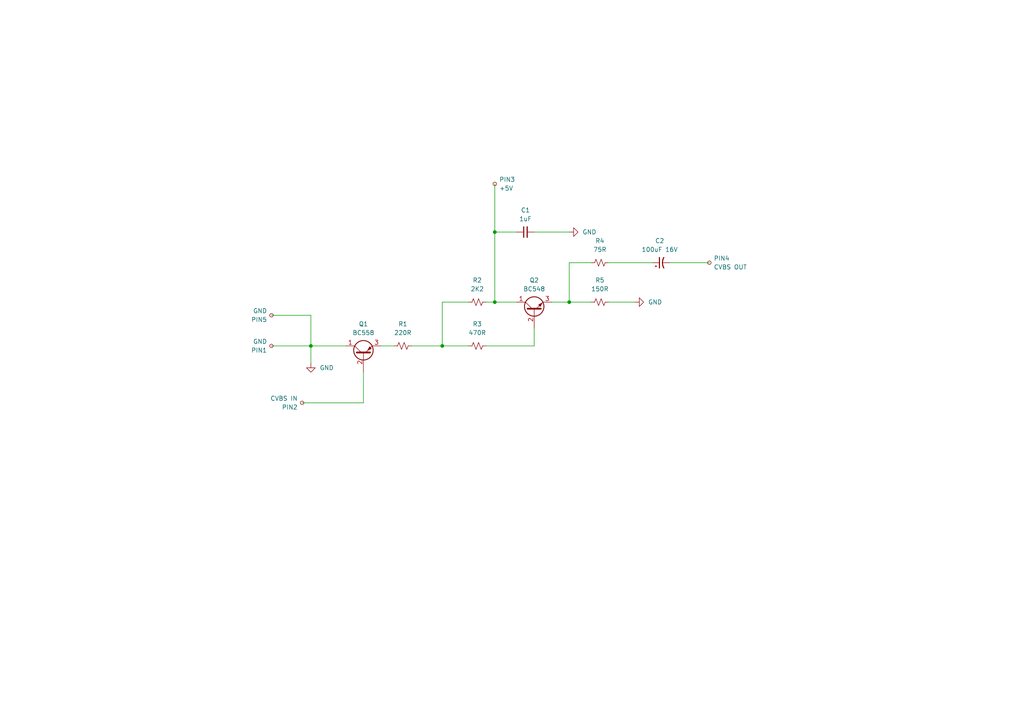
<source format=kicad_sch>
(kicad_sch (version 20211123) (generator eeschema)
  (paper "A4")
  (title_block (title "Jailbar Reductor for CCE Turbogame VG-9000T") (date "2022-04-30") (rev "0"))
  (lib_symbols
    (symbol "Connector:TestPoint_Small" (pin_numbers hide) (pin_names (offset 0.762) hide)
      (property "Reference" "TP" (at 0 3.81 0))
      (property "Value" "TestPoint_Small" (at 0 2.032 0))
      (symbol "TestPoint_Small_0_1"
        (circle (center 0 0) (radius 0.508))
      )
      (symbol "TestPoint_Small_1_1"
        (pin passive line (at 0 0 90) (length 0) (name "1") (number "1"))
      )
    )
    (symbol "Device:C_Polarized_Small_US" (pin_numbers hide) (pin_names (offset 0.254) hide)
      (property "Reference" "C" (at 0.254 1.778 0))
      (property "Value" "C_Polarized_Small_US" (at 0.254 -2.032 0))
      (symbol "C_Polarized_Small_US_0_1"
        (polyline (pts (xy -1.524 0.508) (xy 1.524 0.508)) (stroke (width 0.3048)))
        (polyline (pts (xy -1.27 1.524) (xy -0.762 1.524)))
        (polyline (pts (xy -1.016 1.27) (xy -1.016 1.778)))
        (arc (start 1.524 -0.762) (mid 0 -0.3734) (end -1.524 -0.762) (stroke (width 0.3048)))
      )
      (symbol "C_Polarized_Small_US_1_1"
        (pin passive line (at 0 2.54 270) (length 2.032) (name "~") (number "1"))
        (pin passive line (at 0 -2.54 90) (length 2.032) (name "~") (number "2"))
      )
    )
    (symbol "Device:C_Small" (pin_numbers hide) (pin_names (offset 0.254) hide)
      (property "Reference" "C" (at 0.254 1.778 0))
      (property "Value" "C_Small" (at 0.254 -2.032 0))
      (symbol "C_Small_0_1"
        (polyline (pts (xy -1.524 -0.508) (xy 1.524 -0.508)) (stroke (width 0.3302)))
        (polyline (pts (xy -1.524 0.508) (xy 1.524 0.508)) (stroke (width 0.3048)))
      )
      (symbol "C_Small_1_1"
        (pin passive line (at 0 2.54 270) (length 2.032) (name "~") (number "1"))
        (pin passive line (at 0 -2.54 90) (length 2.032) (name "~") (number "2"))
      )
    )
    (symbol "Device:R_Small_US" (pin_numbers hide) (pin_names (offset 0.254) hide)
      (property "Reference" "R" (at 0.762 0.508 0))
      (property "Value" "R_Small_US" (at 0.762 -1.016 0))
      (symbol "R_Small_US_1_1"
        (polyline (pts (xy 0 0) (xy 1.016 -0.381) (xy 0 -0.762) (xy -1.016 -1.143) (xy 0 -1.524)))
        (polyline (pts (xy 0 1.524) (xy 1.016 1.143) (xy 0 0.762) (xy -1.016 0.381) (xy 0 0)))
        (pin passive line (at 0 2.54 270) (length 1.016) (name "~") (number "1"))
        (pin passive line (at 0 -2.54 90) (length 1.016) (name "~") (number "2"))
      )
    )
    (symbol "Transistor_BJT:BC548" (pin_names (offset 0) hide)
      (property "Reference" "Q" (at 5.08 1.905 0))
      (property "Value" "BC548" (at 5.08 0 0))
      (symbol "BC548_0_1"
        (polyline (pts (xy 0 0) (xy 0.635 0)))
        (polyline (pts (xy 0.635 0.635) (xy 2.54 2.54)))
        (polyline (pts (xy 0.635 -0.635) (xy 2.54 -2.54) (xy 2.54 -2.54)))
        (polyline (pts (xy 0.635 1.905) (xy 0.635 -1.905) (xy 0.635 -1.905)) (stroke (width 0.508)))
        (polyline (pts (xy 1.27 -1.778) (xy 1.778 -1.27) (xy 2.286 -2.286) (xy 1.27 -1.778) (xy 1.27 -1.778)) (fill (type outline)))
        (circle (center 1.27 0) (radius 2.8194) (stroke (width 0.254)))
      )
      (symbol "BC548_1_1"
        (pin passive line (at 2.54 5.08 270) (length 2.54) (name "C") (number "1"))
        (pin input line (at -5.08 0 0) (length 5.08) (name "B") (number "2"))
        (pin passive line (at 2.54 -5.08 90) (length 2.54) (name "E") (number "3"))
      )
    )
    (symbol "Transistor_BJT:BC558" (pin_names (offset 0) hide)
      (property "Reference" "Q" (at 5.08 1.905 0))
      (property "Value" "BC558" (at 5.08 0 0))
      (symbol "BC558_0_1"
        (polyline (pts (xy 0.635 0.635) (xy 2.54 2.54)))
        (polyline (pts (xy 0.635 -0.635) (xy 2.54 -2.54) (xy 2.54 -2.54)))
        (polyline (pts (xy 0.635 1.905) (xy 0.635 -1.905) (xy 0.635 -1.905)) (stroke (width 0.508)))
        (polyline (pts (xy 2.286 -1.778) (xy 1.778 -2.286) (xy 1.27 -1.27) (xy 2.286 -1.778) (xy 2.286 -1.778)) (fill (type outline)))
        (circle (center 1.27 0) (radius 2.8194) (stroke (width 0.254)))
      )
      (symbol "BC558_1_1"
        (pin passive line (at 2.54 5.08 270) (length 2.54) (name "C") (number "1"))
        (pin input line (at -5.08 0 0) (length 5.715) (name "B") (number "2"))
        (pin passive line (at 2.54 -5.08 90) (length 2.54) (name "E") (number "3"))
      )
    )
    (symbol "power:GND" (power) (pin_names (offset 0))
      (property "Value" "GND" (at 0 -3.81 0))
      (symbol "GND_0_1"
        (polyline (pts (xy 0 0) (xy 0 -1.27) (xy 1.27 -1.27) (xy 0 -2.54) (xy -1.27 -1.27) (xy 0 -1.27)))
      )
      (symbol "GND_1_1"
        (pin power_in line (at 0 0 270) (length 0) hide (name "GND") (number "1"))
      )
    )
  )
  (junction (at 128.27 100.33))
  (junction (at 90.17 100.33))
  (junction (at 143.51 67.31))
  (junction (at 165.1 87.63))
  (junction (at 143.51 87.63))
  (wire (pts (xy 160.02 87.63) (xy 165.1 87.63)))
  (wire (pts (xy 176.53 76.2) (xy 189.23 76.2)))
  (wire (pts (xy 78.74 91.44) (xy 90.17 91.44)))
  (wire (pts (xy 119.38 100.33) (xy 128.27 100.33)))
  (wire (pts (xy 128.27 100.33) (xy 135.89 100.33)))
  (wire (pts (xy 87.63 116.84) (xy 105.41 116.84)))
  (wire (pts (xy 90.17 91.44) (xy 90.17 100.33)))
  (wire (pts (xy 140.97 87.63) (xy 143.51 87.63)))
  (wire (pts (xy 105.41 116.84) (xy 105.41 107.95)))
  (wire (pts (xy 135.89 87.63) (xy 128.27 87.63)))
  (wire (pts (xy 154.94 100.33) (xy 140.97 100.33)))
  (wire (pts (xy 154.94 67.31) (xy 165.1 67.31)))
  (wire (pts (xy 143.51 53.34) (xy 143.51 67.31)))
  (wire (pts (xy 171.45 76.2) (xy 165.1 76.2)))
  (wire (pts (xy 165.1 76.2) (xy 165.1 87.63)))
  (wire (pts (xy 110.49 100.33) (xy 114.3 100.33)))
  (wire (pts (xy 78.74 100.33) (xy 90.17 100.33)))
  (wire (pts (xy 154.94 95.25) (xy 154.94 100.33)))
  (wire (pts (xy 194.31 76.2) (xy 205.74 76.2)))
  (wire (pts (xy 143.51 87.63) (xy 149.86 87.63)))
  (wire (pts (xy 165.1 87.63) (xy 171.45 87.63)))
  (wire (pts (xy 90.17 100.33) (xy 90.17 105.41)))
  (wire (pts (xy 176.53 87.63) (xy 184.15 87.63)))
  (wire (pts (xy 143.51 67.31) (xy 149.86 67.31)))
  (wire (pts (xy 90.17 100.33) (xy 100.33 100.33)))
  (wire (pts (xy 128.27 87.63) (xy 128.27 100.33)))
  (wire (pts (xy 143.51 67.31) (xy 143.51 87.63)))
  (symbol (lib_id "Transistor_BJT:BC558") (at 105.41 102.87 90) (unit 1)
    (property "Reference" "Q1" (at 105.41 93.98 90))
    (property "Value" "BC558" (at 105.41 96.52 90))
    (property "Footprint" "Package_TO_SOT_THT:TO-92_HandSolder" (effects hide))
    (property "Datasheet" "https://www.onsemi.com/pub/Collateral/BC556BTA-D.pdf" (effects hide))
  )
  (symbol (lib_id "Connector:TestPoint_Small") (at 205.74 76.2 0) (unit 1)
    (property "Reference" "PIN4" (at 207.01 74.9299 0) (effects (justify left)))
    (property "Value" "CVBS OUT" (at 207.01 77.4699 0) (effects (justify left)))
    (property "Footprint" "TestPoint:TestPoint_Pad_3.0x3.0mm" (effects hide))
  )
  (symbol (lib_id "Device:R_Small_US") (at 138.43 100.33 90) (unit 1)
    (property "Reference" "R3" (at 138.43 93.98 90))
    (property "Value" "470R" (at 138.43 96.52 90))
    (property "Footprint" "Resistor_THT:R_Axial_DIN0207_L6.3mm_D2.5mm_P7.62mm_Horizontal" (effects hide))
  )
  (symbol (lib_id "Device:R_Small_US") (at 173.99 76.2 90) (unit 1)
    (property "Reference" "R4" (at 173.99 69.85 90))
    (property "Value" "75R" (at 173.99 72.39 90))
    (property "Footprint" "Resistor_THT:R_Axial_DIN0207_L6.3mm_D2.5mm_P7.62mm_Horizontal" (effects hide))
  )
  (symbol (lib_id "Device:R_Small_US") (at 138.43 87.63 90) (unit 1)
    (property "Reference" "R2" (at 138.43 81.28 90))
    (property "Value" "2K2" (at 138.43 83.82 90))
    (property "Footprint" "Resistor_THT:R_Axial_DIN0207_L6.3mm_D2.5mm_P7.62mm_Horizontal" (effects hide))
  )
  (symbol (lib_id "Connector:TestPoint_Small") (at 78.74 100.33 180) (unit 1)
    (property "Reference" "PIN1" (at 77.47 101.6001 0) (effects (justify left)))
    (property "Value" "GND" (at 77.47 99.0601 0) (effects (justify left)))
    (property "Footprint" "TestPoint:TestPoint_Pad_3.0x3.0mm" (effects hide))
  )
  (symbol (lib_id "Connector:TestPoint_Small") (at 143.51 53.34 0) (unit 1)
    (property "Reference" "PIN3" (at 144.78 52.0699 0) (effects (justify left)))
    (property "Value" "+5V" (at 144.78 54.6099 0) (effects (justify left)))
    (property "Footprint" "TestPoint:TestPoint_Pad_3.0x3.0mm" (effects hide))
  )
  (symbol (lib_id "power:GND") (at 165.1 67.31 90) (unit 1)
    (property "Reference" "#PWR02" (effects hide))
    (property "Value" "GND" (at 168.91 67.3099 90) (effects (justify right)))
  )
  (symbol (lib_id "Device:R_Small_US") (at 116.84 100.33 90) (unit 1)
    (property "Reference" "R1" (at 116.84 93.98 90))
    (property "Value" "220R" (at 116.84 96.52 90))
    (property "Footprint" "Resistor_THT:R_Axial_DIN0207_L6.3mm_D2.5mm_P7.62mm_Horizontal" (effects hide))
  )
  (symbol (lib_id "Transistor_BJT:BC548") (at 154.94 90.17 90) (unit 1)
    (property "Reference" "Q2" (at 154.94 81.28 90))
    (property "Value" "BC548" (at 154.94 83.82 90))
    (property "Footprint" "Package_TO_SOT_THT:TO-92_HandSolder" (effects hide))
    (property "Datasheet" "https://www.onsemi.com/pub/Collateral/BC550-D.pdf" (effects hide))
  )
  (symbol (lib_id "Device:C_Polarized_Small_US") (at 191.77 76.2 90) (unit 1)
    (property "Reference" "C2" (at 191.3382 69.85 90))
    (property "Value" "100uF 16V" (at 191.3382 72.39 90))
    (property "Footprint" "Capacitor_THT:CP_Radial_D8.0mm_P3.50mm" (effects hide))
  )
  (symbol (lib_id "Device:C_Small") (at 152.4 67.31 90) (unit 1)
    (property "Reference" "C1" (at 152.4063 60.96 90))
    (property "Value" "1uF" (at 152.4063 63.5 90))
    (property "Footprint" "Capacitor_THT:C_Disc_D4.3mm_W1.9mm_P5.00mm" (effects hide))
  )
  (symbol (lib_id "Connector:TestPoint_Small") (at 78.74 91.44 180) (unit 1)
    (property "Reference" "PIN5" (at 77.47 92.7101 0) (effects (justify left)))
    (property "Value" "GND" (at 77.47 90.1701 0) (effects (justify left)))
    (property "Footprint" "TestPoint:TestPoint_Pad_3.0x3.0mm" (effects hide))
  )
  (symbol (lib_id "power:GND") (at 184.15 87.63 90) (unit 1)
    (property "Reference" "#PWR03" (effects hide))
    (property "Value" "GND" (at 187.96 87.6299 90) (effects (justify right)))
  )
  (symbol (lib_id "Connector:TestPoint_Small") (at 87.63 116.84 180) (unit 1)
    (property "Reference" "PIN2" (at 86.36 118.1101 0) (effects (justify left)))
    (property "Value" "CVBS IN" (at 86.36 115.5701 0) (effects (justify left)))
    (property "Footprint" "TestPoint:TestPoint_Pad_3.0x3.0mm" (effects hide))
  )
  (symbol (lib_id "Device:R_Small_US") (at 173.99 87.63 90) (unit 1)
    (property "Reference" "R5" (at 173.99 81.28 90))
    (property "Value" "150R" (at 173.99 83.82 90))
    (property "Footprint" "Resistor_THT:R_Axial_DIN0207_L6.3mm_D2.5mm_P7.62mm_Horizontal" (effects hide))
  )
  (symbol (lib_id "power:GND") (at 90.17 105.41 0) (unit 1)
    (property "Reference" "#PWR01" (effects hide))
    (property "Value" "GND" (at 92.71 106.6799 0) (effects (justify left)))
  )
)
</source>
